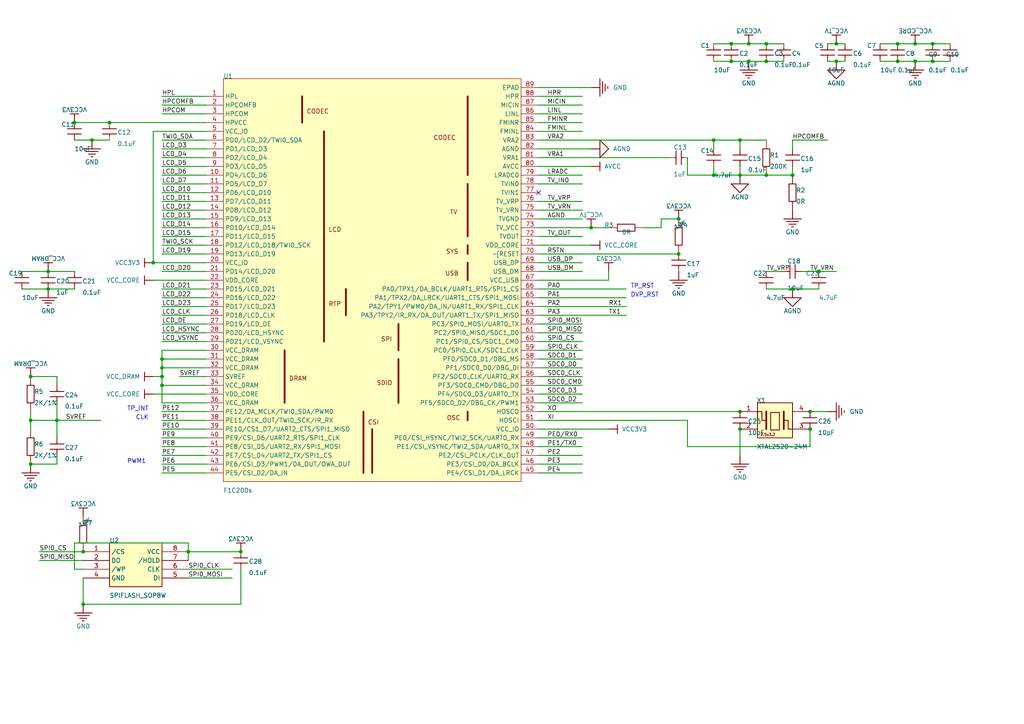
<source format=kicad_sch>
(kicad_sch (version 20210621) (generator eeschema)
  (paper "A4")
  (lib_symbols
    (symbol "F1C200S_WS__RGB_T7-altium-import:0_CAP"
      (property "Value" "0_CAP" (at 0 0 0))
      (symbol "0_CAP_1_0"
        (pin passive line (at 0 2.54 270) (length 1.27) (name "1") (number "1"))
        (pin passive line (at 0 -2.54 90) (length 1.27) (name "2") (number "2"))
      )
    )
    (symbol "F1C200S_WS__RGB_T7-altium-import:0_F1C200s"
      (property "Value" "0_F1C200s" (at 0 0 0))
      (symbol "0_F1C200s_1_0"
        (text "CODEC" (at 24.13 106.68 0) (effects (font (size 1.27 1.27)) (justify left bottom)))
        (text "CODEC" (at 60.96 99.06 0) (effects (font (size 1.27 1.27)) (justify left bottom)))
        (text "CSI" (at 41.91 16.51 0) (effects (font (size 1.27 1.27)) (justify left bottom)))
        (text "DRAM" (at 19.05 29.21 0) (effects (font (size 1.27 1.27)) (justify left bottom)))
        (text "LCD" (at 30.48 72.39 0) (effects (font (size 1.27 1.27)) (justify left bottom)))
        (text "OSC" (at 64.77 17.78 0) (effects (font (size 1.27 1.27)) (justify left bottom)))
        (text "RTP" (at 30.48 50.8 0) (effects (font (size 1.27 1.27)) (justify left bottom)))
        (text "SDIO" (at 44.45 27.94 0) (effects (font (size 1.27 1.27)) (justify left bottom)))
        (text "SPI" (at 45.72 40.64 0) (effects (font (size 1.27 1.27)) (justify left bottom)))
        (text "SYS" (at 64.5258 66.04 0) (effects (font (size 1.27 1.27)) (justify left bottom)))
        (text "TV" (at 65.676 77.47 0) (effects (font (size 1.27 1.27)) (justify left bottom)))
        (text "USB" (at 64.2716 59.69 0) (effects (font (size 1.27 1.27)) (justify left bottom)))
        (pin passive line (at -5.08 111.76 0) (length 5.08) (name "HPL") (number "1"))
        (pin passive line (at -5.08 88.9 0) (length 5.08) (name "PD4/LCD_D6") (number "10"))
        (pin passive line (at -5.08 86.36 0) (length 5.08) (name "PD5/LCD_D7") (number "11"))
        (pin passive line (at -5.08 83.82 0) (length 5.08) (name "PD6/LCD_D10") (number "12"))
        (pin passive line (at -5.08 81.28 0) (length 5.08) (name "PD7/LCD_D11") (number "13"))
        (pin passive line (at -5.08 78.74 0) (length 5.08) (name "PD8/LCD_D12") (number "14"))
        (pin passive line (at -5.08 76.2 0) (length 5.08) (name "PD9/LCD_D13") (number "15"))
        (pin passive line (at -5.08 73.66 0) (length 5.08) (name "PD10/LCD_D14") (number "16"))
        (pin passive line (at -5.08 71.12 0) (length 5.08) (name "PD11/LCD_D15") (number "17"))
        (pin passive line (at -5.08 68.58 0) (length 5.08) (name "PD12/LCD_D18/TWI0_SCK") (number "18"))
        (pin passive line (at -5.08 66.04 0) (length 5.08) (name "PD13/LCD_D19") (number "19"))
        (pin passive line (at -5.08 109.22 0) (length 5.08) (name "HPCOMFB") (number "2"))
        (pin passive line (at -5.08 63.5 0) (length 5.08) (name "VCC_IO") (number "20"))
        (pin passive line (at -5.08 60.96 0) (length 5.08) (name "PD14/LCD_D20") (number "21"))
        (pin passive line (at -5.08 58.42 0) (length 5.08) (name "VDD_CORE") (number "22"))
        (pin passive line (at -5.08 55.88 0) (length 5.08) (name "PD15/LCD_D21") (number "23"))
        (pin passive line (at -5.08 53.34 0) (length 5.08) (name "PD16/LCD_D22") (number "24"))
        (pin passive line (at -5.08 50.8 0) (length 5.08) (name "PD17/LCD_D23") (number "25"))
        (pin passive line (at -5.08 48.26 0) (length 5.08) (name "PD18/LCD_CLK") (number "26"))
        (pin passive line (at -5.08 45.72 0) (length 5.08) (name "PD19/LCD_DE") (number "27"))
        (pin passive line (at -5.08 43.18 0) (length 5.08) (name "PD20/LCD_HSYNC") (number "28"))
        (pin passive line (at -5.08 40.64 0) (length 5.08) (name "PD21/LCD_VSYNC") (number "29"))
        (pin passive line (at -5.08 106.68 0) (length 5.08) (name "HPCOM") (number "3"))
        (pin passive line (at -5.08 38.1 0) (length 5.08) (name "VCC_DRAM") (number "30"))
        (pin passive line (at -5.08 35.56 0) (length 5.08) (name "VCC_DRAM") (number "31"))
        (pin passive line (at -5.08 33.02 0) (length 5.08) (name "VCC_DRAM") (number "32"))
        (pin passive line (at -5.08 30.48 0) (length 5.08) (name "SVREF") (number "33"))
        (pin passive line (at -5.08 27.94 0) (length 5.08) (name "VCC_DRAM") (number "34"))
        (pin passive line (at -5.08 25.4 0) (length 5.08) (name "VDD_CORE") (number "35"))
        (pin passive line (at -5.08 22.86 0) (length 5.08) (name "VCC_DRAM") (number "36"))
        (pin passive line (at -5.08 20.32 0) (length 5.08) (name "PE12/DA_MCLK/TWI0_SDA/PWM0") (number "37"))
        (pin passive line (at -5.08 17.78 0) (length 5.08) (name "PE11/CLK_OUT/TWI0_SCK/IR_RX") (number "38"))
        (pin passive line (at -5.08 15.24 0) (length 5.08) (name "PE10/CS1_D7/UART2_CTS/SPI1_MISO") (number "39"))
        (pin passive line (at -5.08 104.14 0) (length 5.08) (name "HPVCC") (number "4"))
        (pin passive line (at -5.08 12.7 0) (length 5.08) (name "PE9/CSI_D6/UART2_RTS/SPI1_CLK") (number "40"))
        (pin passive line (at -5.08 10.16 0) (length 5.08) (name "PE8/CSI_D5/UART2_RX/SPI1_MOSI") (number "41"))
        (pin passive line (at -5.08 7.62 0) (length 5.08) (name "PE7/CSI_D4/UART2_TX/SPI1_CS") (number "42"))
        (pin passive line (at -5.08 5.08 0) (length 5.08) (name "PE6/CSI_D3/PWM1/DA_OUT/OWA_OUT") (number "43"))
        (pin passive line (at -5.08 2.54 0) (length 5.08) (name "PE5/CSI_D2/DA_IN") (number "44"))
        (pin passive line (at 91.44 2.54 180) (length 5.08) (name "PE4/CSI_D1/DA_LRCK") (number "45"))
        (pin passive line (at 91.44 5.08 180) (length 5.08) (name "PE3/CSI_D0/DA_BCLK") (number "46"))
        (pin passive line (at 91.44 7.62 180) (length 5.08) (name "PE2/CSI_PCLK/CLK_OUT") (number "47"))
        (pin passive line (at 91.44 10.16 180) (length 5.08) (name "PE1/CSI_VSYNC/TWI2_SDA/UART0_TX") (number "48"))
        (pin passive line (at 91.44 12.7 180) (length 5.08) (name "PE0/CSI_HSYNC/TWI2_SCK/UART0_RX") (number "49"))
        (pin passive line (at -5.08 101.6 0) (length 5.08) (name "VCC_IO") (number "5"))
        (pin passive line (at 91.44 15.24 180) (length 5.08) (name "VCC_IO") (number "50"))
        (pin passive line (at 91.44 17.78 180) (length 5.08) (name "HOSCI") (number "51"))
        (pin passive line (at 91.44 20.32 180) (length 5.08) (name "HOSCO") (number "52"))
        (pin passive line (at 91.44 22.86 180) (length 5.08) (name "PF5/SDC0_D2/DBG_CK/PWM1") (number "53"))
        (pin passive line (at 91.44 25.4 180) (length 5.08) (name "PF4/SDC0_D3/UART0_TX") (number "54"))
        (pin passive line (at 91.44 27.94 180) (length 5.08) (name "PF3/SDC0_CMD/DBG_DO") (number "55"))
        (pin passive line (at 91.44 30.48 180) (length 5.08) (name "PF2/SDC0_CLK/UART0_RX") (number "56"))
        (pin passive line (at 91.44 33.02 180) (length 5.08) (name "PF1/SDC0_D0/DBG_DI") (number "57"))
        (pin passive line (at 91.44 35.56 180) (length 5.08) (name "PF0/SDC0_D1/DBG_MS") (number "58"))
        (pin passive line (at 91.44 38.1 180) (length 5.08) (name "PC0/SPI0_CLK/SDC1_CLK") (number "59"))
        (pin passive line (at -5.08 99.06 0) (length 5.08) (name "PD0/LCD_D2/TWI0_SDA") (number "6"))
        (pin passive line (at 91.44 40.64 180) (length 5.08) (name "PC1/SPI0_CS/SDC1_CMD") (number "60"))
        (pin passive line (at 91.44 43.18 180) (length 5.08) (name "PC2/SPI0_MISO/SDC1_D0") (number "61"))
        (pin passive line (at 91.44 45.72 180) (length 5.08) (name "PC3/SPI0_MOSI/UART0_TX") (number "62"))
        (pin passive line (at 91.44 48.26 180) (length 5.08) (name "PA3/TPY2/IR_RX/DA_OUT/UART1_TX/SPI1_MISO") (number "63"))
        (pin passive line (at 91.44 50.8 180) (length 5.08) (name "PA2/TPY1/PWM0/DA_IN/UART1_RX/SPI1_CLK") (number "64"))
        (pin passive line (at 91.44 53.34 180) (length 5.08) (name "PA1/TPX2/DA_LRCK/UART1_CTS/SPI1_MOSI") (number "65"))
        (pin passive line (at 91.44 55.88 180) (length 5.08) (name "PA0/TPX1/DA_BCLK/UART1_RTS/SPI1_CS") (number "66"))
        (pin passive line (at 91.44 58.42 180) (length 5.08) (name "VCC_USB") (number "67"))
        (pin passive line (at 91.44 60.96 180) (length 5.08) (name "USB_DM") (number "68"))
        (pin passive line (at 91.44 63.5 180) (length 5.08) (name "USB_DP") (number "69"))
        (pin passive line (at -5.08 96.52 0) (length 5.08) (name "PD1/LCD_D3") (number "7"))
        (pin passive line (at 91.44 66.04 180) (length 5.08) (name "~{RESET") (number "70"))
        (pin passive line (at 91.44 68.58 180) (length 5.08) (name "VDD_CORE") (number "71"))
        (pin passive line (at 91.44 71.12 180) (length 5.08) (name "TVOUT") (number "72"))
        (pin passive line (at 91.44 73.66 180) (length 5.08) (name "TV_VCC") (number "73"))
        (pin passive line (at 91.44 76.2 180) (length 5.08) (name "TVGND") (number "74"))
        (pin passive line (at 91.44 78.74 180) (length 5.08) (name "TV_VRN") (number "75"))
        (pin passive line (at 91.44 81.28 180) (length 5.08) (name "TV_VRP") (number "76"))
        (pin passive line (at 91.44 83.82 180) (length 5.08) (name "TVIN1") (number "77"))
        (pin passive line (at 91.44 86.36 180) (length 5.08) (name "TVIN0") (number "78"))
        (pin passive line (at 91.44 88.9 180) (length 5.08) (name "LRADC0") (number "79"))
        (pin passive line (at -5.08 93.98 0) (length 5.08) (name "PD2/LCD_D4") (number "8"))
        (pin passive line (at 91.44 91.44 180) (length 5.08) (name "AVCC") (number "80"))
        (pin passive line (at 91.44 93.98 180) (length 5.08) (name "VRA1") (number "81"))
        (pin passive line (at 91.44 96.52 180) (length 5.08) (name "AGND") (number "82"))
        (pin passive line (at 91.44 99.06 180) (length 5.08) (name "VRA2") (number "83"))
        (pin passive line (at 91.44 101.6 180) (length 5.08) (name "FMINL") (number "84"))
        (pin passive line (at 91.44 104.14 180) (length 5.08) (name "FMINR") (number "85"))
        (pin passive line (at 91.44 106.68 180) (length 5.08) (name "LINL") (number "86"))
        (pin passive line (at 91.44 109.22 180) (length 5.08) (name "MICIN") (number "87"))
        (pin passive line (at 91.44 111.76 180) (length 5.08) (name "HPR") (number "88"))
        (pin passive line (at 91.44 114.3 180) (length 5.08) (name "EPAD") (number "89"))
        (pin passive line (at -5.08 91.44 0) (length 5.08) (name "PD3/LCD_D5") (number "9"))
      )
    )
    (symbol "F1C200S_WS__RGB_T7-altium-import:0_SPIFLASH_SOP8W"
      (property "Value" "0_SPIFLASH_SOP8W" (at 0 0 0))
      (symbol "0_SPIFLASH_SOP8W_1_0"
        (pin passive line (at -7.62 -2.54 0) (length 7.62) (name "/CS") (number "1"))
        (pin passive line (at -7.62 -5.08 0) (length 7.62) (name "DO") (number "2"))
        (pin passive line (at -7.62 -7.62 0) (length 7.62) (name "/WP") (number "3"))
        (pin passive line (at -7.62 -10.16 0) (length 7.62) (name "GND") (number "4"))
        (pin passive line (at 22.86 -10.16 180) (length 7.62) (name "DI") (number "5"))
        (pin passive line (at 22.86 -7.62 180) (length 7.62) (name "CLK") (number "6"))
        (pin passive line (at 22.86 -5.08 180) (length 7.62) (name "/HOLD") (number "7"))
        (pin passive line (at 22.86 -2.54 180) (length 7.62) (name "VCC") (number "8"))
      )
    )
    (symbol "F1C200S_WS__RGB_T7-altium-import:0_XTAL3225"
      (property "Value" "0_XTAL3225" (at 0 0 0))
      (symbol "0_XTAL3225_1_0"
        (text "2.5x3.2" (at 0.762 -9.652 0) (effects (font (size 0.762 0.762) bold) (justify left bottom)))
        (pin passive line (at -5.08 -2.54 0) (length 5.08) (name "X1") (number "1"))
        (pin passive line (at -5.08 -7.62 0) (length 5.08) (name "NC1") (number "2"))
        (pin passive line (at 15.24 -7.62 180) (length 5.08) (name "X2") (number "3"))
        (pin passive line (at 15.24 -2.54 180) (length 5.08) (name "NC2") (number "4"))
      )
    )
    (symbol "F1C200S_WS__RGB_T7-altium-import:1_CAP"
      (property "Value" "1_CAP" (at 0 0 0))
      (symbol "1_CAP_1_0"
        (pin passive line (at -2.54 0 0) (length 1.27) (name "1") (number "1"))
        (pin passive line (at 2.54 0 180) (length 1.27) (name "2") (number "2"))
      )
    )
    (symbol "F1C200S_WS__RGB_T7-altium-import:1_RES"
      (property "Value" "1_RES" (at 0 0 0))
      (symbol "1_RES_1_0"
        (pin passive line (at 0 0.254 90) (length 2.54) (name "1") (number "1"))
        (pin passive line (at 0 10.414 270) (length 2.54) (name "2") (number "2"))
      )
    )
    (symbol "F1C200S_WS__RGB_T7-altium-import:2_CAP"
      (property "Value" "2_CAP" (at 0 0 0))
      (symbol "2_CAP_1_0"
        (pin passive line (at 0 -2.54 90) (length 1.27) (name "1") (number "1"))
        (pin passive line (at 0 2.54 270) (length 1.27) (name "2") (number "2"))
      )
    )
    (symbol "F1C200S_WS__RGB_T7-altium-import:2_RES"
      (property "Value" "2_RES" (at 0 0 0))
      (symbol "2_RES_1_0"
        (pin passive line (at -0.254 0 180) (length 2.54) (name "1") (number "1"))
        (pin passive line (at -10.414 0 0) (length 2.54) (name "2") (number "2"))
      )
    )
    (symbol "F1C200S_WS__RGB_T7-altium-import:3_CAP"
      (property "Value" "3_CAP" (at 0 0 0))
      (symbol "3_CAP_1_0"
        (pin passive line (at 2.54 0 180) (length 1.27) (name "1") (number "1"))
        (pin passive line (at -2.54 0 0) (length 1.27) (name "2") (number "2"))
      )
    )
    (symbol "F1C200S_WS__RGB_T7-altium-import:AGND" (power)
      (property "Reference" "#PWR" (at 0 0 0))
      (property "Value" "AGND" (at 0 6.35 0))
      (symbol "AGND_0_0"
        (pin power_in line (at 0 0 0) (length 0) hide (name "AGND") (number ""))
      )
    )
    (symbol "F1C200S_WS__RGB_T7-altium-import:AVCC" (power)
      (property "Reference" "#PWR" (at 0 0 0))
      (property "Value" "AVCC" (at 0 3.81 0))
      (symbol "AVCC_0_0"
        (pin power_in line (at 0 0 0) (length 0) hide (name "AVCC") (number ""))
      )
    )
    (symbol "F1C200S_WS__RGB_T7-altium-import:GND" (power)
      (property "Reference" "#PWR" (at 0 0 0))
      (property "Value" "GND" (at 0 6.35 0))
      (symbol "GND_0_0"
        (pin power_in line (at 0 0 0) (length 0) hide (name "GND") (number ""))
      )
    )
    (symbol "F1C200S_WS__RGB_T7-altium-import:VCC3V3" (power)
      (property "Reference" "#PWR" (at 0 0 0))
      (property "Value" "VCC3V3" (at 0 3.81 0))
      (symbol "VCC3V3_0_0"
        (pin power_in line (at 0 0 0) (length 0) hide (name "VCC3V3") (number ""))
      )
    )
    (symbol "F1C200S_WS__RGB_T7-altium-import:VCC_CORE" (power)
      (property "Reference" "#PWR" (at 0 0 0))
      (property "Value" "VCC_CORE" (at 0 3.81 0))
      (symbol "VCC_CORE_0_0"
        (pin power_in line (at 0 0 0) (length 0) hide (name "VCC_CORE") (number ""))
      )
    )
    (symbol "F1C200S_WS__RGB_T7-altium-import:VCC_DRAM" (power)
      (property "Reference" "#PWR" (at 0 0 0))
      (property "Value" "VCC_DRAM" (at 0 3.81 0))
      (symbol "VCC_DRAM_0_0"
        (pin power_in line (at 0 0 0) (length 0) hide (name "VCC_DRAM") (number ""))
      )
    )
    (symbol "F1C200S_WS__RGB_T7-altium-import:VCC_TV" (power)
      (property "Reference" "#PWR" (at 0 0 0))
      (property "Value" "VCC_TV" (at 0 3.81 0))
      (symbol "VCC_TV_0_0"
        (pin power_in line (at 0 0 0) (length 0) hide (name "VCC_TV") (number ""))
      )
    )
  )
  (junction (at 8.89 109.22) (diameter 0.9144))
  (junction (at 8.89 121.92) (diameter 0.9144))
  (junction (at 8.89 134.62) (diameter 0.9144))
  (junction (at 13.97 78.74) (diameter 0.9144))
  (junction (at 13.97 83.82) (diameter 0.9144))
  (junction (at 16.51 121.92) (diameter 0.9144))
  (junction (at 21.59 35.56) (diameter 0.9144))
  (junction (at 24.13 160.02) (diameter 0.9144))
  (junction (at 24.13 175.26) (diameter 0.9144))
  (junction (at 26.67 40.64) (diameter 0.9144))
  (junction (at 31.75 35.56) (diameter 0.9144))
  (junction (at 44.45 76.2) (diameter 0.9144))
  (junction (at 46.99 104.14) (diameter 0.9144))
  (junction (at 46.99 106.68) (diameter 0.9144))
  (junction (at 46.99 109.22) (diameter 0.9144))
  (junction (at 46.99 111.76) (diameter 0.9144))
  (junction (at 54.61 160.02) (diameter 0.9144))
  (junction (at 69.85 160.02) (diameter 0.9144))
  (junction (at 171.45 66.04) (diameter 0.9144))
  (junction (at 196.85 63.5) (diameter 0.9144))
  (junction (at 196.85 73.66) (diameter 0.9144))
  (junction (at 207.01 40.64) (diameter 0.9144))
  (junction (at 207.01 50.8) (diameter 0.9144))
  (junction (at 212.09 12.7) (diameter 0.9144))
  (junction (at 212.09 17.78) (diameter 0.9144))
  (junction (at 214.63 40.64) (diameter 0.9144))
  (junction (at 214.63 50.8) (diameter 0.9144))
  (junction (at 214.63 119.38) (diameter 0.9144))
  (junction (at 214.63 124.46) (diameter 0.9144))
  (junction (at 217.17 12.7) (diameter 0.9144))
  (junction (at 217.17 17.78) (diameter 0.9144))
  (junction (at 222.25 12.7) (diameter 0.9144))
  (junction (at 222.25 17.78) (diameter 0.9144))
  (junction (at 222.25 50.8) (diameter 0.9144))
  (junction (at 229.87 50.8) (diameter 0.9144))
  (junction (at 229.87 83.82) (diameter 0.9144))
  (junction (at 234.95 119.38) (diameter 0.9144))
  (junction (at 234.95 124.46) (diameter 0.9144))
  (junction (at 237.49 78.74) (diameter 0.9144))
  (junction (at 242.57 12.7) (diameter 0.9144))
  (junction (at 242.57 17.78) (diameter 0.9144))
  (junction (at 260.35 12.7) (diameter 0.9144))
  (junction (at 260.35 17.78) (diameter 0.9144))
  (junction (at 265.43 12.7) (diameter 0.9144))
  (junction (at 265.43 17.78) (diameter 0.9144))
  (junction (at 270.51 12.7) (diameter 0.9144))
  (junction (at 270.51 17.78) (diameter 0.9144))
  (no_connect (at 156.21 55.88))
  (wire (pts (xy 6.35 78.74) (xy 13.97 78.74)) (stroke (width 0.254)))
  (wire (pts (xy 8.89 109.22) (xy 16.51 109.22)) (stroke (width 0.254)))
  (wire (pts (xy 8.89 119.38) (xy 8.89 121.92)) (stroke (width 0.254)))
  (wire (pts (xy 8.89 121.92) (xy 8.89 124.46)) (stroke (width 0.254)))
  (wire (pts (xy 8.89 121.92) (xy 16.51 121.92)) (stroke (width 0.254)))
  (wire (pts (xy 8.89 134.62) (xy 16.51 134.62)) (stroke (width 0.254)))
  (wire (pts (xy 13.97 78.74) (xy 21.59 78.74)) (stroke (width 0.254)))
  (wire (pts (xy 13.97 83.82) (xy 6.35 83.82)) (stroke (width 0.254)))
  (wire (pts (xy 16.51 109.22) (xy 16.51 111.76)) (stroke (width 0.254)))
  (wire (pts (xy 16.51 116.84) (xy 16.51 121.92)) (stroke (width 0.254)))
  (wire (pts (xy 16.51 121.92) (xy 16.51 127)) (stroke (width 0.254)))
  (wire (pts (xy 16.51 121.92) (xy 29.21 121.92)) (stroke (width 0.254)))
  (wire (pts (xy 16.51 134.62) (xy 16.51 132.08)) (stroke (width 0.254)))
  (wire (pts (xy 21.59 35.56) (xy 31.75 35.56)) (stroke (width 0.254)))
  (wire (pts (xy 21.59 40.64) (xy 26.67 40.64)) (stroke (width 0.254)))
  (wire (pts (xy 21.59 83.82) (xy 13.97 83.82)) (stroke (width 0.254)))
  (wire (pts (xy 21.59 157.48) (xy 54.61 157.48)) (stroke (width 0.254)))
  (wire (pts (xy 21.59 165.1) (xy 21.59 157.48)) (stroke (width 0.254)))
  (wire (pts (xy 24.13 160.02) (xy 11.43 160.02)) (stroke (width 0.254)))
  (wire (pts (xy 24.13 162.56) (xy 11.43 162.56)) (stroke (width 0.254)))
  (wire (pts (xy 24.13 165.1) (xy 21.59 165.1)) (stroke (width 0.254)))
  (wire (pts (xy 24.13 167.64) (xy 24.13 175.26)) (stroke (width 0.254)))
  (wire (pts (xy 24.13 175.26) (xy 69.85 175.26)) (stroke (width 0.254)))
  (wire (pts (xy 26.67 40.64) (xy 31.75 40.64)) (stroke (width 0.254)))
  (wire (pts (xy 31.75 35.56) (xy 59.69 35.56)) (stroke (width 0.254)))
  (wire (pts (xy 44.45 38.1) (xy 44.45 76.2)) (stroke (width 0.254)))
  (wire (pts (xy 44.45 76.2) (xy 59.69 76.2)) (stroke (width 0.254)))
  (wire (pts (xy 44.45 81.28) (xy 59.69 81.28)) (stroke (width 0.254)))
  (wire (pts (xy 44.45 109.22) (xy 46.99 109.22)) (stroke (width 0.254)))
  (wire (pts (xy 46.99 101.6) (xy 46.99 104.14)) (stroke (width 0.254)))
  (wire (pts (xy 46.99 104.14) (xy 46.99 106.68)) (stroke (width 0.254)))
  (wire (pts (xy 46.99 106.68) (xy 59.69 106.68)) (stroke (width 0.254)))
  (wire (pts (xy 46.99 109.22) (xy 46.99 106.68)) (stroke (width 0.254)))
  (wire (pts (xy 46.99 111.76) (xy 46.99 109.22)) (stroke (width 0.254)))
  (wire (pts (xy 46.99 116.84) (xy 46.99 111.76)) (stroke (width 0.254)))
  (wire (pts (xy 54.61 157.48) (xy 54.61 160.02)) (stroke (width 0.254)))
  (wire (pts (xy 54.61 160.02) (xy 69.85 160.02)) (stroke (width 0.254)))
  (wire (pts (xy 54.61 162.56) (xy 54.61 160.02)) (stroke (width 0.254)))
  (wire (pts (xy 54.61 165.1) (xy 67.31 165.1)) (stroke (width 0.254)))
  (wire (pts (xy 54.61 167.64) (xy 67.31 167.64)) (stroke (width 0.254)))
  (wire (pts (xy 59.69 27.94) (xy 46.99 27.94)) (stroke (width 0.254)))
  (wire (pts (xy 59.69 30.48) (xy 46.99 30.48)) (stroke (width 0.254)))
  (wire (pts (xy 59.69 33.02) (xy 46.99 33.02)) (stroke (width 0.254)))
  (wire (pts (xy 59.69 38.1) (xy 44.45 38.1)) (stroke (width 0.254)))
  (wire (pts (xy 59.69 40.64) (xy 46.99 40.64)) (stroke (width 0.254)))
  (wire (pts (xy 59.69 43.18) (xy 46.99 43.18)) (stroke (width 0.254)))
  (wire (pts (xy 59.69 45.72) (xy 46.99 45.72)) (stroke (width 0.254)))
  (wire (pts (xy 59.69 48.26) (xy 46.99 48.26)) (stroke (width 0.254)))
  (wire (pts (xy 59.69 50.8) (xy 46.99 50.8)) (stroke (width 0.254)))
  (wire (pts (xy 59.69 53.34) (xy 46.99 53.34)) (stroke (width 0.254)))
  (wire (pts (xy 59.69 55.88) (xy 46.99 55.88)) (stroke (width 0.254)))
  (wire (pts (xy 59.69 58.42) (xy 46.99 58.42)) (stroke (width 0.254)))
  (wire (pts (xy 59.69 60.96) (xy 46.99 60.96)) (stroke (width 0.254)))
  (wire (pts (xy 59.69 63.5) (xy 46.99 63.5)) (stroke (width 0.254)))
  (wire (pts (xy 59.69 66.04) (xy 46.99 66.04)) (stroke (width 0.254)))
  (wire (pts (xy 59.69 68.58) (xy 46.99 68.58)) (stroke (width 0.254)))
  (wire (pts (xy 59.69 71.12) (xy 46.99 71.12)) (stroke (width 0.254)))
  (wire (pts (xy 59.69 73.66) (xy 46.99 73.66)) (stroke (width 0.254)))
  (wire (pts (xy 59.69 78.74) (xy 46.99 78.74)) (stroke (width 0.254)))
  (wire (pts (xy 59.69 83.82) (xy 46.99 83.82)) (stroke (width 0.254)))
  (wire (pts (xy 59.69 86.36) (xy 46.99 86.36)) (stroke (width 0.254)))
  (wire (pts (xy 59.69 88.9) (xy 46.99 88.9)) (stroke (width 0.254)))
  (wire (pts (xy 59.69 91.44) (xy 46.99 91.44)) (stroke (width 0.254)))
  (wire (pts (xy 59.69 93.98) (xy 46.99 93.98)) (stroke (width 0.254)))
  (wire (pts (xy 59.69 96.52) (xy 46.99 96.52)) (stroke (width 0.254)))
  (wire (pts (xy 59.69 99.06) (xy 46.99 99.06)) (stroke (width 0.254)))
  (wire (pts (xy 59.69 101.6) (xy 46.99 101.6)) (stroke (width 0.254)))
  (wire (pts (xy 59.69 104.14) (xy 46.99 104.14)) (stroke (width 0.254)))
  (wire (pts (xy 59.69 109.22) (xy 52.07 109.22)) (stroke (width 0.254)))
  (wire (pts (xy 59.69 111.76) (xy 46.99 111.76)) (stroke (width 0.254)))
  (wire (pts (xy 59.69 114.3) (xy 44.45 114.3)) (stroke (width 0.254)))
  (wire (pts (xy 59.69 116.84) (xy 46.99 116.84)) (stroke (width 0.254)))
  (wire (pts (xy 59.69 119.38) (xy 46.99 119.38)) (stroke (width 0.254)))
  (wire (pts (xy 59.69 121.92) (xy 46.99 121.92)) (stroke (width 0.254)))
  (wire (pts (xy 59.69 124.46) (xy 46.99 124.46)) (stroke (width 0.254)))
  (wire (pts (xy 59.69 127) (xy 46.99 127)) (stroke (width 0.254)))
  (wire (pts (xy 59.69 129.54) (xy 46.99 129.54)) (stroke (width 0.254)))
  (wire (pts (xy 59.69 132.08) (xy 46.99 132.08)) (stroke (width 0.254)))
  (wire (pts (xy 59.69 134.62) (xy 46.99 134.62)) (stroke (width 0.254)))
  (wire (pts (xy 59.69 137.16) (xy 46.99 137.16)) (stroke (width 0.254)))
  (wire (pts (xy 69.85 175.26) (xy 69.85 165.1)) (stroke (width 0.254)))
  (wire (pts (xy 156.21 25.4) (xy 171.45 25.4)) (stroke (width 0.254)))
  (wire (pts (xy 156.21 40.64) (xy 207.01 40.64)) (stroke (width 0.254)))
  (wire (pts (xy 156.21 45.72) (xy 194.31 45.72)) (stroke (width 0.254)))
  (wire (pts (xy 156.21 48.26) (xy 171.45 48.26)) (stroke (width 0.254)))
  (wire (pts (xy 156.21 53.34) (xy 168.91 53.34)) (stroke (width 0.254)))
  (wire (pts (xy 156.21 66.04) (xy 171.45 66.04)) (stroke (width 0.254)))
  (wire (pts (xy 156.21 71.12) (xy 171.45 71.12)) (stroke (width 0.254)))
  (wire (pts (xy 156.21 73.66) (xy 196.85 73.66)) (stroke (width 0.254)))
  (wire (pts (xy 156.21 81.28) (xy 176.53 81.28)) (stroke (width 0.254)))
  (wire (pts (xy 156.21 83.82) (xy 181.61 83.82)) (stroke (width 0.254)))
  (wire (pts (xy 156.21 86.36) (xy 181.61 86.36)) (stroke (width 0.254)))
  (wire (pts (xy 156.21 88.9) (xy 181.61 88.9)) (stroke (width 0.254)))
  (wire (pts (xy 156.21 91.44) (xy 181.61 91.44)) (stroke (width 0.254)))
  (wire (pts (xy 156.21 119.38) (xy 214.63 119.38)) (stroke (width 0.254)))
  (wire (pts (xy 156.21 124.46) (xy 176.53 124.46)) (stroke (width 0.254)))
  (wire (pts (xy 156.21 127) (xy 168.91 127)) (stroke (width 0.254)))
  (wire (pts (xy 156.21 129.54) (xy 168.91 129.54)) (stroke (width 0.254)))
  (wire (pts (xy 168.91 27.94) (xy 156.21 27.94)) (stroke (width 0.254)))
  (wire (pts (xy 168.91 30.48) (xy 156.21 30.48)) (stroke (width 0.254)))
  (wire (pts (xy 168.91 33.02) (xy 156.21 33.02)) (stroke (width 0.254)))
  (wire (pts (xy 168.91 35.56) (xy 156.21 35.56)) (stroke (width 0.254)))
  (wire (pts (xy 168.91 38.1) (xy 156.21 38.1)) (stroke (width 0.254)))
  (wire (pts (xy 168.91 50.8) (xy 156.21 50.8)) (stroke (width 0.254)))
  (wire (pts (xy 168.91 58.42) (xy 156.21 58.42)) (stroke (width 0.254)))
  (wire (pts (xy 168.91 60.96) (xy 156.21 60.96)) (stroke (width 0.254)))
  (wire (pts (xy 168.91 63.5) (xy 156.21 63.5)) (stroke (width 0.254)))
  (wire (pts (xy 168.91 68.58) (xy 156.21 68.58)) (stroke (width 0.254)))
  (wire (pts (xy 168.91 76.2) (xy 156.21 76.2)) (stroke (width 0.254)))
  (wire (pts (xy 168.91 78.74) (xy 156.21 78.74)) (stroke (width 0.254)))
  (wire (pts (xy 168.91 93.98) (xy 156.21 93.98)) (stroke (width 0.254)))
  (wire (pts (xy 168.91 96.52) (xy 156.21 96.52)) (stroke (width 0.254)))
  (wire (pts (xy 168.91 99.06) (xy 156.21 99.06)) (stroke (width 0.254)))
  (wire (pts (xy 168.91 101.6) (xy 156.21 101.6)) (stroke (width 0.254)))
  (wire (pts (xy 168.91 104.14) (xy 156.21 104.14)) (stroke (width 0.254)))
  (wire (pts (xy 168.91 106.68) (xy 156.21 106.68)) (stroke (width 0.254)))
  (wire (pts (xy 168.91 109.22) (xy 156.21 109.22)) (stroke (width 0.254)))
  (wire (pts (xy 168.91 111.76) (xy 156.21 111.76)) (stroke (width 0.254)))
  (wire (pts (xy 168.91 114.3) (xy 156.21 114.3)) (stroke (width 0.254)))
  (wire (pts (xy 168.91 116.84) (xy 156.21 116.84)) (stroke (width 0.254)))
  (wire (pts (xy 168.91 132.08) (xy 156.21 132.08)) (stroke (width 0.254)))
  (wire (pts (xy 168.91 134.62) (xy 156.21 134.62)) (stroke (width 0.254)))
  (wire (pts (xy 168.91 137.16) (xy 156.21 137.16)) (stroke (width 0.254)))
  (wire (pts (xy 171.45 43.18) (xy 156.21 43.18)) (stroke (width 0.254)))
  (wire (pts (xy 171.45 66.04) (xy 176.53 66.04)) (stroke (width 0.254)))
  (wire (pts (xy 176.53 81.28) (xy 176.53 78.74)) (stroke (width 0.254)))
  (wire (pts (xy 186.69 66.04) (xy 191.77 66.04)) (stroke (width 0.254)))
  (wire (pts (xy 191.77 63.5) (xy 196.85 63.5)) (stroke (width 0.254)))
  (wire (pts (xy 191.77 66.04) (xy 191.77 63.5)) (stroke (width 0.254)))
  (wire (pts (xy 199.39 50.8) (xy 199.39 45.72)) (stroke (width 0.254)))
  (wire (pts (xy 199.39 121.92) (xy 156.21 121.92)) (stroke (width 0.254)))
  (wire (pts (xy 199.39 129.54) (xy 199.39 121.92)) (stroke (width 0.254)))
  (wire (pts (xy 207.01 12.7) (xy 212.09 12.7)) (stroke (width 0.254)))
  (wire (pts (xy 207.01 17.78) (xy 212.09 17.78)) (stroke (width 0.254)))
  (wire (pts (xy 207.01 40.64) (xy 207.01 43.18)) (stroke (width 0.254)))
  (wire (pts (xy 207.01 40.64) (xy 214.63 40.64)) (stroke (width 0.254)))
  (wire (pts (xy 207.01 48.26) (xy 207.01 50.8)) (stroke (width 0.254)))
  (wire (pts (xy 207.01 50.8) (xy 199.39 50.8)) (stroke (width 0.254)))
  (wire (pts (xy 212.09 12.7) (xy 217.17 12.7)) (stroke (width 0.254)))
  (wire (pts (xy 212.09 17.78) (xy 217.17 17.78)) (stroke (width 0.254)))
  (wire (pts (xy 214.63 40.64) (xy 214.63 43.18)) (stroke (width 0.254)))
  (wire (pts (xy 214.63 40.64) (xy 222.25 40.64)) (stroke (width 0.254)))
  (wire (pts (xy 214.63 50.8) (xy 207.01 50.8)) (stroke (width 0.254)))
  (wire (pts (xy 214.63 50.8) (xy 214.63 48.26)) (stroke (width 0.254)))
  (wire (pts (xy 214.63 124.46) (xy 214.63 132.08)) (stroke (width 0.254)))
  (wire (pts (xy 217.17 12.7) (xy 222.25 12.7)) (stroke (width 0.254)))
  (wire (pts (xy 217.17 17.78) (xy 222.25 17.78)) (stroke (width 0.254)))
  (wire (pts (xy 222.25 12.7) (xy 227.33 12.7)) (stroke (width 0.254)))
  (wire (pts (xy 222.25 17.78) (xy 227.33 17.78)) (stroke (width 0.254)))
  (wire (pts (xy 222.25 50.8) (xy 214.63 50.8)) (stroke (width 0.254)))
  (wire (pts (xy 222.25 83.82) (xy 229.87 83.82)) (stroke (width 0.254)))
  (wire (pts (xy 227.33 78.74) (xy 222.25 78.74)) (stroke (width 0.254)))
  (wire (pts (xy 229.87 40.64) (xy 240.03 40.64)) (stroke (width 0.254)))
  (wire (pts (xy 229.87 43.18) (xy 229.87 40.64)) (stroke (width 0.254)))
  (wire (pts (xy 229.87 48.26) (xy 229.87 50.8)) (stroke (width 0.254)))
  (wire (pts (xy 229.87 50.8) (xy 222.25 50.8)) (stroke (width 0.254)))
  (wire (pts (xy 229.87 83.82) (xy 237.49 83.82)) (stroke (width 0.254)))
  (wire (pts (xy 232.41 78.74) (xy 237.49 78.74)) (stroke (width 0.254)))
  (wire (pts (xy 234.95 119.38) (xy 240.03 119.38)) (stroke (width 0.254)))
  (wire (pts (xy 234.95 124.46) (xy 234.95 129.54)) (stroke (width 0.254)))
  (wire (pts (xy 234.95 129.54) (xy 199.39 129.54)) (stroke (width 0.254)))
  (wire (pts (xy 237.49 78.74) (xy 242.57 78.74)) (stroke (width 0.254)))
  (wire (pts (xy 240.03 12.7) (xy 242.57 12.7)) (stroke (width 0.254)))
  (wire (pts (xy 240.03 17.78) (xy 242.57 17.78)) (stroke (width 0.254)))
  (wire (pts (xy 242.57 12.7) (xy 245.11 12.7)) (stroke (width 0.254)))
  (wire (pts (xy 242.57 17.78) (xy 245.11 17.78)) (stroke (width 0.254)))
  (wire (pts (xy 255.27 12.7) (xy 260.35 12.7)) (stroke (width 0.254)))
  (wire (pts (xy 255.27 17.78) (xy 260.35 17.78)) (stroke (width 0.254)))
  (wire (pts (xy 260.35 12.7) (xy 265.43 12.7)) (stroke (width 0.254)))
  (wire (pts (xy 260.35 17.78) (xy 265.43 17.78)) (stroke (width 0.254)))
  (wire (pts (xy 265.43 12.7) (xy 270.51 12.7)) (stroke (width 0.254)))
  (wire (pts (xy 265.43 17.78) (xy 270.51 17.78)) (stroke (width 0.254)))
  (wire (pts (xy 270.51 12.7) (xy 275.59 12.7)) (stroke (width 0.254)))
  (wire (pts (xy 270.51 17.78) (xy 275.59 17.78)) (stroke (width 0.254)))
  (text "TP_INT" (at 36.83 119.38 180) (effects (font (size 1.27 1.27)) (justify left bottom)))
  (text "PWM1" (at 36.83 134.62 180) (effects (font (size 1.27 1.27)) (justify left bottom)))
  (text "CLK" (at 39.37 121.92 180) (effects (font (size 1.27 1.27)) (justify left bottom)))
  (text "TP_RST" (at 182.88 83.82 180) (effects (font (size 1.27 1.27)) (justify left bottom)))
  (text "DVP_RST" (at 182.88 86.36 180) (effects (font (size 1.27 1.27)) (justify left bottom)))
  (label "SPI0_CS" (at 11.43 160.02 0))
  (label "SPI0_MISO" (at 11.43 162.56 0))
  (label "SVREF" (at 19.05 121.92 0))
  (label "HPL" (at 46.99 27.94 0))
  (label "HPCOMFB" (at 46.99 30.48 0))
  (label "HPCOM" (at 46.99 33.02 0))
  (label "TWI0_SDA" (at 46.99 40.64 0))
  (label "LCD_D3" (at 46.99 43.18 0))
  (label "LCD_D4" (at 46.99 45.72 0))
  (label "LCD_D5" (at 46.99 48.26 0))
  (label "LCD_D6" (at 46.99 50.8 0))
  (label "LCD_D7" (at 46.99 53.34 0))
  (label "LCD_D10" (at 46.99 55.88 0))
  (label "LCD_D11" (at 46.99 58.42 0))
  (label "LCD_D12" (at 46.99 60.96 0))
  (label "LCD_D13" (at 46.99 63.5 0))
  (label "LCD_D14" (at 46.99 66.04 0))
  (label "LCD_D15" (at 46.99 68.58 0))
  (label "TWI0_SCK" (at 46.99 71.12 0))
  (label "LCD_D19" (at 46.99 73.66 0))
  (label "LCD_D20" (at 46.99 78.74 0))
  (label "LCD_D21" (at 46.99 83.82 0))
  (label "LCD_D22" (at 46.99 86.36 0))
  (label "LCD_D23" (at 46.99 88.9 0))
  (label "LCD_CLK" (at 46.99 91.44 0))
  (label "LCD_DE" (at 46.99 93.98 0))
  (label "LCD_HSYNC" (at 46.99 96.52 0))
  (label "LCD_VSYNC" (at 46.99 99.06 0))
  (label "PE12" (at 46.99 119.38 0))
  (label "PE11" (at 46.99 121.92 0))
  (label "PE10" (at 46.99 124.46 0))
  (label "PE9" (at 46.99 127 0))
  (label "PE8" (at 46.99 129.54 0))
  (label "PE7" (at 46.99 132.08 0))
  (label "PE6" (at 46.99 134.62 0))
  (label "PE5" (at 46.99 137.16 0))
  (label "SVREF" (at 52.07 109.22 0))
  (label "SPI0_CLK" (at 54.61 165.1 0))
  (label "SPI0_MOSI" (at 54.61 167.64 0))
  (label "HPR" (at 158.75 27.94 0))
  (label "MICIN" (at 158.75 30.48 0))
  (label "LINL" (at 158.75 33.02 0))
  (label "FMINR" (at 158.75 35.56 0))
  (label "FMINL" (at 158.75 38.1 0))
  (label "VRA2" (at 158.75 40.64 0))
  (label "VRA1" (at 158.75 45.72 0))
  (label "LRADC" (at 158.75 50.8 0))
  (label "TV_IN0" (at 158.75 53.34 0))
  (label "TV_VRP" (at 158.75 58.42 0))
  (label "TV_VRN" (at 158.75 60.96 0))
  (label "AGND" (at 158.75 63.5 0))
  (label "TV_OUT" (at 158.75 68.58 0))
  (label "RSTN" (at 158.75 73.66 0))
  (label "USB_DP" (at 158.75 76.2 0))
  (label "USB_DM" (at 158.75 78.74 0))
  (label "PA0" (at 158.75 83.82 0))
  (label "PA1" (at 158.75 86.36 0))
  (label "PA2" (at 158.75 88.9 0))
  (label "PA3" (at 158.75 91.44 0))
  (label "SPI0_MOSI" (at 158.75 93.98 0))
  (label "SPI0_MISO" (at 158.75 96.52 0))
  (label "SPI0_CS" (at 158.75 99.06 0))
  (label "SPI0_CLK" (at 158.75 101.6 0))
  (label "SDC0_D1" (at 158.75 104.14 0))
  (label "SDC0_D0" (at 158.75 106.68 0))
  (label "SDC0_CLK" (at 158.75 109.22 0))
  (label "SDC0_CMD" (at 158.75 111.76 0))
  (label "SDC0_D3" (at 158.75 114.3 0))
  (label "SDC0_D2" (at 158.75 116.84 0))
  (label "XO" (at 158.75 119.38 0))
  (label "XI" (at 158.75 121.92 0))
  (label "PE0/RX0" (at 158.75 127 0))
  (label "PE1/TX0" (at 158.75 129.54 0))
  (label "PE2" (at 158.75 132.08 0))
  (label "PE3" (at 158.75 134.62 0))
  (label "PE4" (at 158.75 137.16 0))
  (label "RX1" (at 176.53 88.9 0))
  (label "TX1" (at 176.53 91.44 0))
  (label "TV_VRP" (at 222.25 78.74 0))
  (label "HPCOMFB" (at 229.87 40.64 0))
  (label "TV_VRN" (at 234.95 78.74 0))
  (symbol (lib_id "F1C200S_WS__RGB_T7-altium-import:VCC_DRAM") (at 8.89 109.22 180) (unit 1)
    (property "Reference" "#PWR024" (effects hide))
    (property "Value" "VCC_DRAM" (at 8.89 105.41 -180))
  )
  (symbol (lib_id "F1C200S_WS__RGB_T7-altium-import:VCC_DRAM") (at 13.97 78.74 180) (unit 1)
    (property "Reference" "#PWR018" (effects hide))
    (property "Value" "VCC_DRAM" (at 13.97 74.93 -180))
  )
  (symbol (lib_id "F1C200S_WS__RGB_T7-altium-import:VCC3V3") (at 21.59 35.56 180) (unit 1)
    (property "Reference" "#PWR08" (effects hide))
    (property "Value" "VCC3V3" (at 21.59 31.75 -180))
  )
  (symbol (lib_id "F1C200S_WS__RGB_T7-altium-import:VCC3V3") (at 24.13 149.86 180) (unit 1)
    (property "Reference" "#PWR031" (effects hide))
    (property "Value" "VCC3V3" (at 24.13 146.05 -180))
  )
  (symbol (lib_id "F1C200S_WS__RGB_T7-altium-import:VCC3V3") (at 44.45 76.2 270) (unit 1)
    (property "Reference" "#PWR017" (effects hide))
    (property "Value" "VCC3V3" (at 40.64 76.2 -270) (effects (justify right)))
  )
  (symbol (lib_id "F1C200S_WS__RGB_T7-altium-import:VCC_CORE") (at 44.45 81.28 270) (unit 1)
    (property "Reference" "#PWR021" (effects hide))
    (property "Value" "VCC_CORE" (at 40.64 81.28 -270) (effects (justify right)))
  )
  (symbol (lib_id "F1C200S_WS__RGB_T7-altium-import:VCC_DRAM") (at 44.45 109.22 270) (unit 1)
    (property "Reference" "#PWR025" (effects hide))
    (property "Value" "VCC_DRAM" (at 40.64 109.22 -270) (effects (justify right)))
  )
  (symbol (lib_id "F1C200S_WS__RGB_T7-altium-import:VCC_CORE") (at 44.45 114.3 270) (unit 1)
    (property "Reference" "#PWR026" (effects hide))
    (property "Value" "VCC_CORE" (at 40.64 114.3 -270) (effects (justify right)))
  )
  (symbol (lib_id "F1C200S_WS__RGB_T7-altium-import:VCC3V3") (at 69.85 160.02 180) (unit 1)
    (property "Reference" "#PWR032" (effects hide))
    (property "Value" "VCC3V3" (at 69.85 156.21 -180))
  )
  (symbol (lib_id "F1C200S_WS__RGB_T7-altium-import:AVCC") (at 171.45 48.26 90) (unit 1)
    (property "Reference" "#PWR011" (effects hide))
    (property "Value" "AVCC" (at 175.26 48.26 -90) (effects (justify left)))
  )
  (symbol (lib_id "F1C200S_WS__RGB_T7-altium-import:VCC_TV") (at 171.45 66.04 180) (unit 1)
    (property "Reference" "#PWR015" (effects hide))
    (property "Value" "VCC_TV" (at 171.45 62.23 -180))
  )
  (symbol (lib_id "F1C200S_WS__RGB_T7-altium-import:VCC_CORE") (at 171.45 71.12 90) (unit 1)
    (property "Reference" "#PWR016" (effects hide))
    (property "Value" "VCC_CORE" (at 175.26 71.12 -90) (effects (justify left)))
  )
  (symbol (lib_id "F1C200S_WS__RGB_T7-altium-import:VCC3V3") (at 176.53 78.74 180) (unit 1)
    (property "Reference" "#PWR019" (effects hide))
    (property "Value" "VCC3V3" (at 176.53 74.93 -180))
  )
  (symbol (lib_id "F1C200S_WS__RGB_T7-altium-import:VCC3V3") (at 176.53 124.46 90) (unit 1)
    (property "Reference" "#PWR028" (effects hide))
    (property "Value" "VCC3V3" (at 180.34 124.46 -90) (effects (justify left)))
  )
  (symbol (lib_id "F1C200S_WS__RGB_T7-altium-import:VCC3V3") (at 196.85 63.5 180) (unit 1)
    (property "Reference" "#PWR014" (effects hide))
    (property "Value" "VCC3V3" (at 196.85 59.69 -180))
  )
  (symbol (lib_id "F1C200S_WS__RGB_T7-altium-import:VCC3V3") (at 217.17 12.7 180) (unit 1)
    (property "Reference" "#PWR01" (effects hide))
    (property "Value" "VCC3V3" (at 217.17 8.89 -180))
  )
  (symbol (lib_id "F1C200S_WS__RGB_T7-altium-import:VCC_TV") (at 242.57 12.7 180) (unit 1)
    (property "Reference" "#PWR02" (effects hide))
    (property "Value" "VCC_TV" (at 242.57 8.89 -180))
  )
  (symbol (lib_id "F1C200S_WS__RGB_T7-altium-import:VCC_CORE") (at 265.43 12.7 180) (unit 1)
    (property "Reference" "#PWR03" (effects hide))
    (property "Value" "VCC_CORE" (at 265.43 8.89 -180))
  )
  (symbol (lib_id "F1C200S_WS__RGB_T7-altium-import:1_RES") (at 8.89 119.634 0) (unit 1)
    (property "Reference" "R5" (at 9.906 114.3 0) (effects (justify left bottom)))
    (property "Value" "2K/1%" (at 9.906 116.84 0) (effects (justify left)))
    (property "Footprint" "Resistor_SMD:R_0603_1608Metric" (effects hide))
  )
  (symbol (lib_id "F1C200S_WS__RGB_T7-altium-import:1_RES") (at 8.89 134.874 0) (unit 1)
    (property "Reference" "R6" (at 9.906 129.54 0) (effects (justify left bottom)))
    (property "Value" "2K/1%" (at 9.906 132.08 0) (effects (justify left)))
    (property "Footprint" "Resistor_SMD:R_0603_1608Metric" (effects hide))
  )
  (symbol (lib_id "F1C200S_WS__RGB_T7-altium-import:1_RES") (at 24.13 160.274 0) (unit 1)
    (property "Reference" "R7" (at 24.13 152.4 0) (effects (justify left bottom)))
    (property "Value" "10K" (at 22.86 152.4 27) (effects (justify left)))
    (property "Footprint" "Resistor_SMD:R_0603_1608Metric" (effects hide))
  )
  (symbol (lib_id "F1C200S_WS__RGB_T7-altium-import:2_RES") (at 186.944 66.04 0) (unit 1)
    (property "Reference" "R3" (at 175.26 66.04 0) (effects (justify left bottom)))
    (property "Value" "0R" (at 180.34 67.31 0) (effects (justify left)))
    (property "Footprint" "Resistor_SMD:R_0603_1608Metric" (effects hide))
  )
  (symbol (lib_id "F1C200S_WS__RGB_T7-altium-import:1_RES") (at 196.85 73.914 0) (unit 1)
    (property "Reference" "R4" (at 196.85 66.04 0) (effects (justify left bottom)))
    (property "Value" "10K" (at 195.58 66.04 27) (effects (justify left)))
    (property "Footprint" "Resistor_SMD:R_0603_1608Metric" (effects hide))
  )
  (symbol (lib_id "F1C200S_WS__RGB_T7-altium-import:1_RES") (at 222.25 51.054 0) (unit 1)
    (property "Reference" "R1" (at 223.266 45.72 0) (effects (justify left bottom)))
    (property "Value" "200K" (at 223.266 48.26 0) (effects (justify left)))
  )
  (symbol (lib_id "F1C200S_WS__RGB_T7-altium-import:1_RES") (at 229.87 61.214 0) (unit 1)
    (property "Reference" "R2" (at 230.886 55.88 0) (effects (justify left bottom)))
    (property "Value" "0R" (at 230.886 58.42 0) (effects (justify left)))
    (property "Footprint" "Resistor_SMD:R_0603_1608Metric" (effects hide))
  )
  (symbol (lib_id "F1C200S_WS__RGB_T7-altium-import:2_CAP") (at 6.35 81.28 0) (unit 1)
    (property "Reference" "C19" (at 2.54 80.01 0) (effects (justify left bottom)))
    (property "Value" "10uF" (at 6.35 86.36 0) (effects (justify left)))
    (property "Footprint" "Capacitor_SMD:C_0805_2012Metric" (effects hide))
  )
  (symbol (lib_id "F1C200S_WS__RGB_T7-altium-import:2_CAP") (at 13.97 81.28 0) (unit 1)
    (property "Reference" "C20" (at 16.256 82.296 0) (effects (justify left bottom)))
    (property "Value" "1uF" (at 16.256 84.836 0) (effects (justify left)))
    (property "Footprint" "Capacitor_SMD:C_0603_1608Metric" (effects hide))
  )
  (symbol (lib_id "F1C200S_WS__RGB_T7-altium-import:2_CAP") (at 16.51 114.3 0) (unit 1)
    (property "Reference" "C24" (at 18.796 115.316 0) (effects (justify left bottom)))
    (property "Value" "0.1uF" (at 18.796 117.856 0) (effects (justify left)))
    (property "Footprint" "Capacitor_SMD:C_0603_1608Metric" (effects hide))
  )
  (symbol (lib_id "F1C200S_WS__RGB_T7-altium-import:2_CAP") (at 16.51 129.54 0) (unit 1)
    (property "Reference" "C27" (at 18.796 130.556 0) (effects (justify left bottom)))
    (property "Value" "0.1uF" (at 18.796 133.096 0) (effects (justify left)))
    (property "Footprint" "Capacitor_SMD:C_0603_1608Metric" (effects hide))
  )
  (symbol (lib_id "F1C200S_WS__RGB_T7-altium-import:2_CAP") (at 21.59 38.1 0) (unit 1)
    (property "Reference" "C11" (at 17.78 36.83 0) (effects (justify left bottom)))
    (property "Value" "10uF" (at 21.59 43.18 0) (effects (justify left)))
    (property "Footprint" "Capacitor_SMD:C_0805_2012Metric" (effects hide))
  )
  (symbol (lib_id "F1C200S_WS__RGB_T7-altium-import:2_CAP") (at 21.59 81.28 0) (unit 1)
    (property "Reference" "C21" (at 23.876 82.296 0) (effects (justify left bottom)))
    (property "Value" "0.1uF" (at 23.876 84.836 0) (effects (justify left)))
    (property "Footprint" "Capacitor_SMD:C_0603_1608Metric" (effects hide))
  )
  (symbol (lib_id "F1C200S_WS__RGB_T7-altium-import:2_CAP") (at 31.75 38.1 0) (unit 1)
    (property "Reference" "C12" (at 34.036 39.116 0) (effects (justify left bottom)))
    (property "Value" "0.1uF" (at 34.036 41.656 0) (effects (justify left)))
    (property "Footprint" "Capacitor_SMD:C_0603_1608Metric" (effects hide))
  )
  (symbol (lib_id "F1C200S_WS__RGB_T7-altium-import:2_CAP") (at 69.85 162.56 0) (unit 1)
    (property "Reference" "C28" (at 72.136 163.576 0) (effects (justify left bottom)))
    (property "Value" "0.1uF" (at 72.136 166.116 0) (effects (justify left)))
    (property "Footprint" "Capacitor_SMD:C_0603_1608Metric" (effects hide))
  )
  (symbol (lib_id "F1C200S_WS__RGB_T7-altium-import:1_CAP") (at 196.85 45.72 0) (unit 1)
    (property "Reference" "C13" (at 195.326 43.434 0) (effects (justify left bottom)))
    (property "Value" "1uF" (at 195.326 50.546 0) (effects (justify left)))
    (property "Footprint" "Capacitor_SMD:C_0603_1608Metric" (effects hide))
  )
  (symbol (lib_id "F1C200S_WS__RGB_T7-altium-import:0_CAP") (at 196.85 76.2 0) (unit 1)
    (property "Reference" "C17" (at 199.136 77.216 0) (effects (justify left bottom)))
    (property "Value" "1uF" (at 199.136 79.756 0) (effects (justify left)))
    (property "Footprint" "Capacitor_SMD:C_0603_1608Metric" (effects hide))
  )
  (symbol (lib_id "F1C200S_WS__RGB_T7-altium-import:2_CAP") (at 207.01 15.24 0) (unit 1)
    (property "Reference" "C1" (at 203.2 13.97 0) (effects (justify left bottom)))
    (property "Value" "10uF" (at 207.01 20.32 0) (effects (justify left)))
    (property "Footprint" "Capacitor_SMD:C_0805_2012Metric" (effects hide))
  )
  (symbol (lib_id "F1C200S_WS__RGB_T7-altium-import:2_CAP") (at 207.01 45.72 0) (unit 1)
    (property "Reference" "C14" (at 203.2 44.45 0) (effects (justify left bottom)))
    (property "Value" "4.7uF" (at 207.01 50.8 0) (effects (justify left)))
    (property "Footprint" "Capacitor_SMD:C_0603_1608Metric" (effects hide))
  )
  (symbol (lib_id "F1C200S_WS__RGB_T7-altium-import:2_CAP") (at 212.09 15.24 0) (unit 1)
    (property "Reference" "C2" (at 214.376 16.256 0) (effects (justify left bottom)))
    (property "Value" "0.1uF" (at 214.376 18.796 0) (effects (justify left)))
    (property "Footprint" "Capacitor_SMD:C_0603_1608Metric" (effects hide))
  )
  (symbol (lib_id "F1C200S_WS__RGB_T7-altium-import:2_CAP") (at 214.63 45.72 0) (unit 1)
    (property "Reference" "C15" (at 216.916 46.736 0) (effects (justify left bottom)))
    (property "Value" "0.1uF" (at 216.916 49.276 0) (effects (justify left)))
    (property "Footprint" "Capacitor_SMD:C_0603_1608Metric" (effects hide))
  )
  (symbol (lib_id "F1C200S_WS__RGB_T7-altium-import:2_CAP") (at 214.63 121.92 0) (unit 1)
    (property "Reference" "C25" (at 216.916 122.936 0) (effects (justify left bottom)))
    (property "Value" "10pF" (at 216.916 125.476 0) (effects (justify left)))
    (property "Footprint" "Capacitor_SMD:C_0603_1608Metric" (effects hide))
  )
  (symbol (lib_id "F1C200S_WS__RGB_T7-altium-import:2_CAP") (at 222.25 15.24 0) (unit 1)
    (property "Reference" "C3" (at 224.536 16.256 0) (effects (justify left bottom)))
    (property "Value" "0.1uF" (at 224.536 18.796 0) (effects (justify left)))
    (property "Footprint" "Capacitor_SMD:C_0603_1608Metric" (effects hide))
  )
  (symbol (lib_id "F1C200S_WS__RGB_T7-altium-import:2_CAP") (at 222.25 81.28 0) (unit 1)
    (property "Reference" "C22" (at 218.44 80.01 0) (effects (justify left bottom)))
    (property "Value" "4.7uF" (at 222.25 86.36 0) (effects (justify left)))
    (property "Footprint" "Capacitor_SMD:C_0603_1608Metric" (effects hide))
  )
  (symbol (lib_id "F1C200S_WS__RGB_T7-altium-import:2_CAP") (at 227.33 15.24 0) (unit 1)
    (property "Reference" "C4" (at 229.616 16.256 0) (effects (justify left bottom)))
    (property "Value" "0.1uF" (at 229.616 18.796 0) (effects (justify left)))
    (property "Footprint" "Capacitor_SMD:C_0603_1608Metric" (effects hide))
  )
  (symbol (lib_id "F1C200S_WS__RGB_T7-altium-import:0_CAP") (at 229.87 45.72 0) (unit 1)
    (property "Reference" "C16" (at 232.156 46.736 0) (effects (justify left bottom)))
    (property "Value" "1uF" (at 232.156 49.276 0) (effects (justify left)))
    (property "Footprint" "Capacitor_SMD:C_0603_1608Metric" (effects hide))
  )
  (symbol (lib_id "F1C200S_WS__RGB_T7-altium-import:3_CAP") (at 229.87 78.74 0) (unit 1)
    (property "Reference" "C18" (at 228.346 76.454 0) (effects (justify left bottom)))
    (property "Value" "10uF" (at 228.346 83.566 0) (effects (justify left)))
    (property "Footprint" "Capacitor_SMD:C_0805_2012Metric" (effects hide))
  )
  (symbol (lib_id "F1C200S_WS__RGB_T7-altium-import:2_CAP") (at 234.95 121.92 0) (unit 1)
    (property "Reference" "C26" (at 237.236 122.936 0) (effects (justify left bottom)))
    (property "Value" "10pF" (at 237.236 125.476 0) (effects (justify left)))
    (property "Footprint" "Capacitor_SMD:C_0603_1608Metric" (effects hide))
  )
  (symbol (lib_id "F1C200S_WS__RGB_T7-altium-import:2_CAP") (at 237.49 81.28 0) (unit 1)
    (property "Reference" "C23" (at 233.68 80.01 0) (effects (justify left bottom)))
    (property "Value" "4.7uF" (at 237.49 86.36 0) (effects (justify left)))
    (property "Footprint" "Capacitor_SMD:C_0603_1608Metric" (effects hide))
  )
  (symbol (lib_id "F1C200S_WS__RGB_T7-altium-import:2_CAP") (at 240.03 15.24 0) (unit 1)
    (property "Reference" "C5" (at 236.22 13.97 0) (effects (justify left bottom)))
    (property "Value" "10uF" (at 240.03 20.32 0) (effects (justify left)))
    (property "Footprint" "Capacitor_SMD:C_0805_2012Metric" (effects hide))
  )
  (symbol (lib_id "F1C200S_WS__RGB_T7-altium-import:2_CAP") (at 245.11 15.24 0) (unit 1)
    (property "Reference" "C6" (at 247.396 16.256 0) (effects (justify left bottom)))
    (property "Value" "0.1uF" (at 247.396 18.796 0) (effects (justify left)))
    (property "Footprint" "Capacitor_SMD:C_0603_1608Metric" (effects hide))
  )
  (symbol (lib_id "F1C200S_WS__RGB_T7-altium-import:2_CAP") (at 255.27 15.24 0) (unit 1)
    (property "Reference" "C7" (at 251.46 13.97 0) (effects (justify left bottom)))
    (property "Value" "10uF" (at 255.27 20.32 0) (effects (justify left)))
    (property "Footprint" "Capacitor_SMD:C_0805_2012Metric" (effects hide))
  )
  (symbol (lib_id "F1C200S_WS__RGB_T7-altium-import:2_CAP") (at 260.35 15.24 0) (unit 1)
    (property "Reference" "C8" (at 262.636 16.256 0) (effects (justify left bottom)))
    (property "Value" "0.1uF" (at 260.35 20.32 0) (effects (justify left)))
    (property "Footprint" "Capacitor_SMD:C_0603_1608Metric" (effects hide))
  )
  (symbol (lib_id "F1C200S_WS__RGB_T7-altium-import:2_CAP") (at 270.51 15.24 0) (unit 1)
    (property "Reference" "C9" (at 269.24 16.51 0) (effects (justify left bottom)))
    (property "Value" "0.1uF" (at 269.24 20.32 0) (effects (justify left)))
    (property "Footprint" "Capacitor_SMD:C_0603_1608Metric" (effects hide))
  )
  (symbol (lib_id "F1C200S_WS__RGB_T7-altium-import:2_CAP") (at 275.59 15.24 0) (unit 1)
    (property "Reference" "C10" (at 274.32 16.51 0) (effects (justify left bottom)))
    (property "Value" "0.1uF" (at 275.59 20.32 0) (effects (justify left)))
    (property "Footprint" "Capacitor_SMD:C_0603_1608Metric" (effects hide))
  )
  (symbol (lib_id "F1C200S_WS__RGB_T7-altium-import:GND") (at 8.89 134.62 0) (unit 1)
    (property "Reference" "#PWR030" (effects hide))
    (property "Value" "GND" (at 8.89 140.97 0))
  )
  (symbol (lib_id "F1C200S_WS__RGB_T7-altium-import:GND") (at 13.97 83.82 0) (unit 1)
    (property "Reference" "#PWR022" (effects hide))
    (property "Value" "GND" (at 13.97 90.17 0))
  )
  (symbol (lib_id "F1C200S_WS__RGB_T7-altium-import:GND") (at 24.13 175.26 0) (unit 1)
    (property "Reference" "#PWR033" (effects hide))
    (property "Value" "GND" (at 24.13 181.61 0))
  )
  (symbol (lib_id "F1C200S_WS__RGB_T7-altium-import:GND") (at 26.67 40.64 0) (unit 1)
    (property "Reference" "#PWR09" (effects hide))
    (property "Value" "GND" (at 26.67 46.99 0))
  )
  (symbol (lib_id "F1C200S_WS__RGB_T7-altium-import:GND") (at 171.45 25.4 90) (unit 1)
    (property "Reference" "#PWR07" (effects hide))
    (property "Value" "GND" (at 177.8 25.4 -90) (effects (justify left)))
  )
  (symbol (lib_id "F1C200S_WS__RGB_T7-altium-import:GND") (at 196.85 78.74 0) (unit 1)
    (property "Reference" "#PWR020" (effects hide))
    (property "Value" "GND" (at 196.85 85.09 0))
  )
  (symbol (lib_id "F1C200S_WS__RGB_T7-altium-import:GND") (at 214.63 132.08 0) (unit 1)
    (property "Reference" "#PWR029" (effects hide))
    (property "Value" "GND" (at 214.63 138.43 0))
  )
  (symbol (lib_id "F1C200S_WS__RGB_T7-altium-import:GND") (at 217.17 17.78 0) (unit 1)
    (property "Reference" "#PWR04" (effects hide))
    (property "Value" "GND" (at 217.17 24.13 0))
  )
  (symbol (lib_id "F1C200S_WS__RGB_T7-altium-import:GND") (at 229.87 60.96 0) (unit 1)
    (property "Reference" "#PWR013" (effects hide))
    (property "Value" "GND" (at 229.87 67.31 0))
  )
  (symbol (lib_id "F1C200S_WS__RGB_T7-altium-import:GND") (at 240.03 119.38 90) (unit 1)
    (property "Reference" "#PWR027" (effects hide))
    (property "Value" "GND" (at 246.38 119.38 -90) (effects (justify left)))
  )
  (symbol (lib_id "F1C200S_WS__RGB_T7-altium-import:GND") (at 265.43 17.78 0) (unit 1)
    (property "Reference" "#PWR06" (effects hide))
    (property "Value" "GND" (at 265.43 24.13 0))
  )
  (symbol (lib_id "F1C200S_WS__RGB_T7-altium-import:AGND") (at 171.45 43.18 90) (unit 1)
    (property "Reference" "#PWR010" (effects hide))
    (property "Value" "AGND" (at 177.8 43.18 -90) (effects (justify left)))
  )
  (symbol (lib_id "F1C200S_WS__RGB_T7-altium-import:AGND") (at 214.63 50.8 0) (unit 1)
    (property "Reference" "#PWR012" (effects hide))
    (property "Value" "AGND" (at 214.63 57.15 0))
  )
  (symbol (lib_id "F1C200S_WS__RGB_T7-altium-import:AGND") (at 229.87 83.82 0) (unit 1)
    (property "Reference" "#PWR023" (effects hide))
    (property "Value" "AGND" (at 229.87 90.17 0))
  )
  (symbol (lib_id "F1C200S_WS__RGB_T7-altium-import:AGND") (at 242.57 17.78 0) (unit 1)
    (property "Reference" "#PWR05" (effects hide))
    (property "Value" "AGND" (at 242.57 24.13 0))
  )
  (symbol (lib_id "F1C200S_WS__RGB_T7-altium-import:0_XTAL3225") (at 219.71 116.84 0) (unit 1)
    (property "Reference" "X1" (at 219.456 116.84 0) (effects (justify left bottom)))
    (property "Value" "XTAL2520-24M" (at 219.456 129.54 0) (effects (justify left)))
  )
  (symbol (lib_id "F1C200S_WS__RGB_T7-altium-import:0_SPIFLASH_SOP8W") (at 31.75 157.48 0) (unit 1)
    (property "Reference" "U2" (at 31.75 157.48 0) (effects (justify left bottom)))
    (property "Value" "SPIFLASH_SOP8W" (at 31.75 172.72 0) (effects (justify left)))
  )
  (symbol (lib_id "F1C200S_WS__RGB_T7-altium-import:0_F1C200s") (at 64.77 139.7 0) (unit 1)
    (property "Reference" "U1" (at 64.77 22.86 0) (effects (justify left bottom)))
    (property "Value" "F1C200s" (at 64.77 142.24 0) (effects (justify left)))
  )
)
</source>
